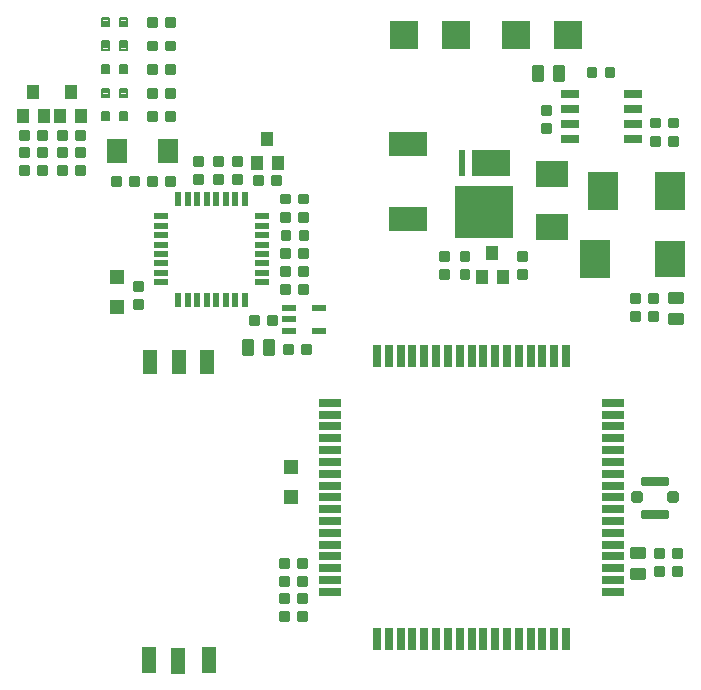
<source format=gtp>
G75*
%MOIN*%
%OFA0B0*%
%FSLAX24Y24*%
%IPPOS*%
%LPD*%
%AMOC8*
5,1,8,0,0,1.08239X$1,22.5*
%
%ADD10R,0.0260X0.0760*%
%ADD11R,0.0760X0.0260*%
%ADD12C,0.0088*%
%ADD13R,0.0472X0.0866*%
%ADD14R,0.0472X0.0787*%
%ADD15R,0.0600X0.0250*%
%ADD16R,0.1000X0.1200*%
%ADD17R,0.1000X0.1250*%
%ADD18C,0.0100*%
%ADD19R,0.0984X0.1260*%
%ADD20R,0.1080X0.0850*%
%ADD21C,0.0150*%
%ADD22C,0.0200*%
%ADD23R,0.0220X0.0500*%
%ADD24R,0.0500X0.0220*%
%ADD25R,0.1300X0.0800*%
%ADD26R,0.0240X0.0870*%
%ADD27R,0.1260X0.0866*%
%ADD28R,0.1969X0.1772*%
%ADD29R,0.0945X0.0945*%
%ADD30R,0.0472X0.0217*%
%ADD31R,0.0400X0.0450*%
%ADD32R,0.0500X0.0500*%
%ADD33C,0.0075*%
%ADD34R,0.0700X0.0800*%
D10*
X012656Y002006D03*
X013050Y002006D03*
X013443Y002006D03*
X013837Y002006D03*
X014231Y002006D03*
X014625Y002006D03*
X015018Y002006D03*
X015412Y002006D03*
X015806Y002006D03*
X016199Y002006D03*
X016593Y002006D03*
X016987Y002006D03*
X017380Y002006D03*
X017774Y002006D03*
X018168Y002006D03*
X018562Y002006D03*
X018955Y002006D03*
X018955Y011455D03*
X018562Y011455D03*
X018168Y011455D03*
X017774Y011455D03*
X017380Y011455D03*
X016987Y011455D03*
X016593Y011455D03*
X016199Y011455D03*
X015806Y011455D03*
X015412Y011455D03*
X015018Y011455D03*
X014625Y011455D03*
X014231Y011455D03*
X013837Y011455D03*
X013443Y011455D03*
X013050Y011455D03*
X012656Y011455D03*
D11*
X011081Y009880D03*
X011081Y009486D03*
X011081Y009093D03*
X011081Y008699D03*
X011081Y008305D03*
X011081Y007912D03*
X011081Y007518D03*
X011081Y007124D03*
X011081Y006731D03*
X011081Y006337D03*
X011081Y005943D03*
X011081Y005549D03*
X011081Y005156D03*
X011081Y004762D03*
X011081Y004368D03*
X011081Y003975D03*
X011081Y003581D03*
X020530Y003581D03*
X020530Y003975D03*
X020530Y004368D03*
X020530Y004762D03*
X020530Y005156D03*
X020530Y005549D03*
X020530Y005943D03*
X020530Y006337D03*
X020530Y006731D03*
X020530Y007124D03*
X020530Y007518D03*
X020530Y007912D03*
X020530Y008305D03*
X020530Y008699D03*
X020530Y009093D03*
X020530Y009486D03*
X020530Y009880D03*
D12*
X021379Y012648D02*
X021379Y012910D01*
X021379Y012648D02*
X021117Y012648D01*
X021117Y012910D01*
X021379Y012910D01*
X021379Y012735D02*
X021117Y012735D01*
X021117Y012822D02*
X021379Y012822D01*
X021379Y012909D02*
X021117Y012909D01*
X021379Y013248D02*
X021379Y013510D01*
X021379Y013248D02*
X021117Y013248D01*
X021117Y013510D01*
X021379Y013510D01*
X021379Y013335D02*
X021117Y013335D01*
X021117Y013422D02*
X021379Y013422D01*
X021379Y013509D02*
X021117Y013509D01*
X021991Y013510D02*
X021991Y013248D01*
X021729Y013248D01*
X021729Y013510D01*
X021991Y013510D01*
X021991Y013335D02*
X021729Y013335D01*
X021729Y013422D02*
X021991Y013422D01*
X021991Y013509D02*
X021729Y013509D01*
X021991Y012910D02*
X021991Y012648D01*
X021729Y012648D01*
X021729Y012910D01*
X021991Y012910D01*
X021991Y012735D02*
X021729Y012735D01*
X021729Y012822D02*
X021991Y012822D01*
X021991Y012909D02*
X021729Y012909D01*
X017626Y014043D02*
X017626Y014305D01*
X017626Y014043D02*
X017364Y014043D01*
X017364Y014305D01*
X017626Y014305D01*
X017626Y014130D02*
X017364Y014130D01*
X017364Y014217D02*
X017626Y014217D01*
X017626Y014304D02*
X017364Y014304D01*
X017626Y014643D02*
X017626Y014905D01*
X017626Y014643D02*
X017364Y014643D01*
X017364Y014905D01*
X017626Y014905D01*
X017626Y014730D02*
X017364Y014730D01*
X017364Y014817D02*
X017626Y014817D01*
X017626Y014904D02*
X017364Y014904D01*
X015440Y014918D02*
X015440Y014656D01*
X015440Y014918D02*
X015702Y014918D01*
X015702Y014656D01*
X015440Y014656D01*
X015440Y014743D02*
X015702Y014743D01*
X015702Y014830D02*
X015440Y014830D01*
X015440Y014917D02*
X015702Y014917D01*
X015440Y014318D02*
X015440Y014056D01*
X015440Y014318D02*
X015702Y014318D01*
X015702Y014056D01*
X015440Y014056D01*
X015440Y014143D02*
X015702Y014143D01*
X015702Y014230D02*
X015440Y014230D01*
X015440Y014317D02*
X015702Y014317D01*
X015025Y014321D02*
X015025Y014059D01*
X014763Y014059D01*
X014763Y014321D01*
X015025Y014321D01*
X015025Y014146D02*
X014763Y014146D01*
X014763Y014233D02*
X015025Y014233D01*
X015025Y014320D02*
X014763Y014320D01*
X015025Y014659D02*
X015025Y014921D01*
X015025Y014659D02*
X014763Y014659D01*
X014763Y014921D01*
X015025Y014921D01*
X015025Y014746D02*
X014763Y014746D01*
X014763Y014833D02*
X015025Y014833D01*
X015025Y014920D02*
X014763Y014920D01*
X018423Y018899D02*
X018423Y019161D01*
X018423Y018899D02*
X018161Y018899D01*
X018161Y019161D01*
X018423Y019161D01*
X018423Y018986D02*
X018161Y018986D01*
X018161Y019073D02*
X018423Y019073D01*
X018423Y019160D02*
X018161Y019160D01*
X018423Y019499D02*
X018423Y019761D01*
X018423Y019499D02*
X018161Y019499D01*
X018161Y019761D01*
X018423Y019761D01*
X018423Y019586D02*
X018161Y019586D01*
X018161Y019673D02*
X018423Y019673D01*
X018423Y019760D02*
X018161Y019760D01*
X019671Y021041D02*
X019933Y021041D01*
X019933Y020779D01*
X019671Y020779D01*
X019671Y021041D01*
X019671Y020866D02*
X019933Y020866D01*
X019933Y020953D02*
X019671Y020953D01*
X019671Y021040D02*
X019933Y021040D01*
X020271Y021041D02*
X020533Y021041D01*
X020533Y020779D01*
X020271Y020779D01*
X020271Y021041D01*
X020271Y020866D02*
X020533Y020866D01*
X020533Y020953D02*
X020271Y020953D01*
X020271Y021040D02*
X020533Y021040D01*
X021792Y019097D02*
X022054Y019097D01*
X021792Y019097D02*
X021792Y019359D01*
X022054Y019359D01*
X022054Y019097D01*
X022054Y019184D02*
X021792Y019184D01*
X021792Y019271D02*
X022054Y019271D01*
X022054Y019358D02*
X021792Y019358D01*
X022392Y019097D02*
X022654Y019097D01*
X022392Y019097D02*
X022392Y019359D01*
X022654Y019359D01*
X022654Y019097D01*
X022654Y019184D02*
X022392Y019184D01*
X022392Y019271D02*
X022654Y019271D01*
X022654Y019358D02*
X022392Y019358D01*
X022384Y018485D02*
X022646Y018485D01*
X022384Y018485D02*
X022384Y018747D01*
X022646Y018747D01*
X022646Y018485D01*
X022646Y018572D02*
X022384Y018572D01*
X022384Y018659D02*
X022646Y018659D01*
X022646Y018746D02*
X022384Y018746D01*
X022046Y018485D02*
X021784Y018485D01*
X021784Y018747D01*
X022046Y018747D01*
X022046Y018485D01*
X022046Y018572D02*
X021784Y018572D01*
X021784Y018659D02*
X022046Y018659D01*
X022046Y018746D02*
X021784Y018746D01*
X010321Y016822D02*
X010059Y016822D01*
X010321Y016822D02*
X010321Y016560D01*
X010059Y016560D01*
X010059Y016822D01*
X010059Y016647D02*
X010321Y016647D01*
X010321Y016734D02*
X010059Y016734D01*
X010059Y016821D02*
X010321Y016821D01*
X010325Y016221D02*
X010063Y016221D01*
X010325Y016221D02*
X010325Y015959D01*
X010063Y015959D01*
X010063Y016221D01*
X010063Y016046D02*
X010325Y016046D01*
X010325Y016133D02*
X010063Y016133D01*
X010063Y016220D02*
X010325Y016220D01*
X009725Y016221D02*
X009463Y016221D01*
X009725Y016221D02*
X009725Y015959D01*
X009463Y015959D01*
X009463Y016221D01*
X009463Y016046D02*
X009725Y016046D01*
X009725Y016133D02*
X009463Y016133D01*
X009463Y016220D02*
X009725Y016220D01*
X009721Y016822D02*
X009459Y016822D01*
X009721Y016822D02*
X009721Y016560D01*
X009459Y016560D01*
X009459Y016822D01*
X009459Y016647D02*
X009721Y016647D01*
X009721Y016734D02*
X009459Y016734D01*
X009459Y016821D02*
X009721Y016821D01*
X009424Y017451D02*
X009162Y017451D01*
X009424Y017451D02*
X009424Y017189D01*
X009162Y017189D01*
X009162Y017451D01*
X009162Y017276D02*
X009424Y017276D01*
X009424Y017363D02*
X009162Y017363D01*
X009162Y017450D02*
X009424Y017450D01*
X008824Y017451D02*
X008562Y017451D01*
X008824Y017451D02*
X008824Y017189D01*
X008562Y017189D01*
X008562Y017451D01*
X008562Y017276D02*
X008824Y017276D01*
X008824Y017363D02*
X008562Y017363D01*
X008562Y017450D02*
X008824Y017450D01*
X007863Y017471D02*
X007863Y017209D01*
X007863Y017471D02*
X008125Y017471D01*
X008125Y017209D01*
X007863Y017209D01*
X007863Y017296D02*
X008125Y017296D01*
X008125Y017383D02*
X007863Y017383D01*
X007863Y017470D02*
X008125Y017470D01*
X007863Y017809D02*
X007863Y018071D01*
X008125Y018071D01*
X008125Y017809D01*
X007863Y017809D01*
X007863Y017896D02*
X008125Y017896D01*
X008125Y017983D02*
X007863Y017983D01*
X007863Y018070D02*
X008125Y018070D01*
X007213Y018071D02*
X007213Y017809D01*
X007213Y018071D02*
X007475Y018071D01*
X007475Y017809D01*
X007213Y017809D01*
X007213Y017896D02*
X007475Y017896D01*
X007475Y017983D02*
X007213Y017983D01*
X007213Y018070D02*
X007475Y018070D01*
X007213Y017471D02*
X007213Y017209D01*
X007213Y017471D02*
X007475Y017471D01*
X007475Y017209D01*
X007213Y017209D01*
X007213Y017296D02*
X007475Y017296D01*
X007475Y017383D02*
X007213Y017383D01*
X007213Y017470D02*
X007475Y017470D01*
X006563Y017471D02*
X006563Y017209D01*
X006563Y017471D02*
X006825Y017471D01*
X006825Y017209D01*
X006563Y017209D01*
X006563Y017296D02*
X006825Y017296D01*
X006825Y017383D02*
X006563Y017383D01*
X006563Y017470D02*
X006825Y017470D01*
X006563Y017809D02*
X006563Y018071D01*
X006825Y018071D01*
X006825Y017809D01*
X006563Y017809D01*
X006563Y017896D02*
X006825Y017896D01*
X006825Y017983D02*
X006563Y017983D01*
X006563Y018070D02*
X006825Y018070D01*
X005875Y017159D02*
X005613Y017159D01*
X005613Y017421D01*
X005875Y017421D01*
X005875Y017159D01*
X005875Y017246D02*
X005613Y017246D01*
X005613Y017333D02*
X005875Y017333D01*
X005875Y017420D02*
X005613Y017420D01*
X005275Y017159D02*
X005013Y017159D01*
X005013Y017421D01*
X005275Y017421D01*
X005275Y017159D01*
X005275Y017246D02*
X005013Y017246D01*
X005013Y017333D02*
X005275Y017333D01*
X005275Y017420D02*
X005013Y017420D01*
X004675Y017421D02*
X004413Y017421D01*
X004675Y017421D02*
X004675Y017159D01*
X004413Y017159D01*
X004413Y017421D01*
X004413Y017246D02*
X004675Y017246D01*
X004675Y017333D02*
X004413Y017333D01*
X004413Y017420D02*
X004675Y017420D01*
X004075Y017421D02*
X003813Y017421D01*
X004075Y017421D02*
X004075Y017159D01*
X003813Y017159D01*
X003813Y017421D01*
X003813Y017246D02*
X004075Y017246D01*
X004075Y017333D02*
X003813Y017333D01*
X003813Y017420D02*
X004075Y017420D01*
X002871Y017501D02*
X002609Y017501D01*
X002609Y017763D01*
X002871Y017763D01*
X002871Y017501D01*
X002871Y017588D02*
X002609Y017588D01*
X002609Y017675D02*
X002871Y017675D01*
X002871Y017762D02*
X002609Y017762D01*
X002271Y017501D02*
X002009Y017501D01*
X002009Y017763D01*
X002271Y017763D01*
X002271Y017501D01*
X002271Y017588D02*
X002009Y017588D01*
X002009Y017675D02*
X002271Y017675D01*
X002271Y017762D02*
X002009Y017762D01*
X002013Y018109D02*
X002275Y018109D01*
X002013Y018109D02*
X002013Y018371D01*
X002275Y018371D01*
X002275Y018109D01*
X002275Y018196D02*
X002013Y018196D01*
X002013Y018283D02*
X002275Y018283D01*
X002275Y018370D02*
X002013Y018370D01*
X002011Y018943D02*
X002273Y018943D01*
X002273Y018681D01*
X002011Y018681D01*
X002011Y018943D01*
X002011Y018768D02*
X002273Y018768D01*
X002273Y018855D02*
X002011Y018855D01*
X002011Y018942D02*
X002273Y018942D01*
X002611Y018943D02*
X002873Y018943D01*
X002873Y018681D01*
X002611Y018681D01*
X002611Y018943D01*
X002611Y018768D02*
X002873Y018768D01*
X002873Y018855D02*
X002611Y018855D01*
X002611Y018942D02*
X002873Y018942D01*
X002875Y018109D02*
X002613Y018109D01*
X002613Y018371D01*
X002875Y018371D01*
X002875Y018109D01*
X002875Y018196D02*
X002613Y018196D01*
X002613Y018283D02*
X002875Y018283D01*
X002875Y018370D02*
X002613Y018370D01*
X001625Y018109D02*
X001363Y018109D01*
X001363Y018371D01*
X001625Y018371D01*
X001625Y018109D01*
X001625Y018196D02*
X001363Y018196D01*
X001363Y018283D02*
X001625Y018283D01*
X001625Y018370D02*
X001363Y018370D01*
X001358Y018943D02*
X001620Y018943D01*
X001620Y018681D01*
X001358Y018681D01*
X001358Y018943D01*
X001358Y018768D02*
X001620Y018768D01*
X001620Y018855D02*
X001358Y018855D01*
X001358Y018942D02*
X001620Y018942D01*
X001020Y018943D02*
X000758Y018943D01*
X001020Y018943D02*
X001020Y018681D01*
X000758Y018681D01*
X000758Y018943D01*
X000758Y018768D02*
X001020Y018768D01*
X001020Y018855D02*
X000758Y018855D01*
X000758Y018942D02*
X001020Y018942D01*
X001025Y018109D02*
X000763Y018109D01*
X000763Y018371D01*
X001025Y018371D01*
X001025Y018109D01*
X001025Y018196D02*
X000763Y018196D01*
X000763Y018283D02*
X001025Y018283D01*
X001025Y018370D02*
X000763Y018370D01*
X000763Y017771D02*
X001025Y017771D01*
X001025Y017509D01*
X000763Y017509D01*
X000763Y017771D01*
X000763Y017596D02*
X001025Y017596D01*
X001025Y017683D02*
X000763Y017683D01*
X000763Y017770D02*
X001025Y017770D01*
X001363Y017771D02*
X001625Y017771D01*
X001625Y017509D01*
X001363Y017509D01*
X001363Y017771D01*
X001363Y017596D02*
X001625Y017596D01*
X001625Y017683D02*
X001363Y017683D01*
X001363Y017770D02*
X001625Y017770D01*
X005031Y019562D02*
X005293Y019562D01*
X005293Y019300D01*
X005031Y019300D01*
X005031Y019562D01*
X005031Y019387D02*
X005293Y019387D01*
X005293Y019474D02*
X005031Y019474D01*
X005031Y019561D02*
X005293Y019561D01*
X005631Y019562D02*
X005893Y019562D01*
X005893Y019300D01*
X005631Y019300D01*
X005631Y019562D01*
X005631Y019387D02*
X005893Y019387D01*
X005893Y019474D02*
X005631Y019474D01*
X005631Y019561D02*
X005893Y019561D01*
X005893Y020350D02*
X005631Y020350D01*
X005893Y020350D02*
X005893Y020088D01*
X005631Y020088D01*
X005631Y020350D01*
X005631Y020175D02*
X005893Y020175D01*
X005893Y020262D02*
X005631Y020262D01*
X005631Y020349D02*
X005893Y020349D01*
X005893Y021137D02*
X005631Y021137D01*
X005893Y021137D02*
X005893Y020875D01*
X005631Y020875D01*
X005631Y021137D01*
X005631Y020962D02*
X005893Y020962D01*
X005893Y021049D02*
X005631Y021049D01*
X005631Y021136D02*
X005893Y021136D01*
X005893Y021663D02*
X005631Y021663D01*
X005631Y021925D01*
X005893Y021925D01*
X005893Y021663D01*
X005893Y021750D02*
X005631Y021750D01*
X005631Y021837D02*
X005893Y021837D01*
X005893Y021924D02*
X005631Y021924D01*
X005293Y021663D02*
X005031Y021663D01*
X005031Y021925D01*
X005293Y021925D01*
X005293Y021663D01*
X005293Y021750D02*
X005031Y021750D01*
X005031Y021837D02*
X005293Y021837D01*
X005293Y021924D02*
X005031Y021924D01*
X005031Y022450D02*
X005293Y022450D01*
X005031Y022450D02*
X005031Y022712D01*
X005293Y022712D01*
X005293Y022450D01*
X005293Y022537D02*
X005031Y022537D01*
X005031Y022624D02*
X005293Y022624D01*
X005293Y022711D02*
X005031Y022711D01*
X005631Y022450D02*
X005893Y022450D01*
X005631Y022450D02*
X005631Y022712D01*
X005893Y022712D01*
X005893Y022450D01*
X005893Y022537D02*
X005631Y022537D01*
X005631Y022624D02*
X005893Y022624D01*
X005893Y022711D02*
X005631Y022711D01*
X005293Y021137D02*
X005031Y021137D01*
X005293Y021137D02*
X005293Y020875D01*
X005031Y020875D01*
X005031Y021137D01*
X005031Y020962D02*
X005293Y020962D01*
X005293Y021049D02*
X005031Y021049D01*
X005031Y021136D02*
X005293Y021136D01*
X005293Y020350D02*
X005031Y020350D01*
X005293Y020350D02*
X005293Y020088D01*
X005031Y020088D01*
X005031Y020350D01*
X005031Y020175D02*
X005293Y020175D01*
X005293Y020262D02*
X005031Y020262D01*
X005031Y020349D02*
X005293Y020349D01*
X009472Y015353D02*
X009734Y015353D01*
X009472Y015353D02*
X009472Y015615D01*
X009734Y015615D01*
X009734Y015353D01*
X009734Y015440D02*
X009472Y015440D01*
X009472Y015527D02*
X009734Y015527D01*
X009734Y015614D02*
X009472Y015614D01*
X009463Y015021D02*
X009725Y015021D01*
X009725Y014759D01*
X009463Y014759D01*
X009463Y015021D01*
X009463Y014846D02*
X009725Y014846D01*
X009725Y014933D02*
X009463Y014933D01*
X009463Y015020D02*
X009725Y015020D01*
X010063Y015021D02*
X010325Y015021D01*
X010325Y014759D01*
X010063Y014759D01*
X010063Y015021D01*
X010063Y014846D02*
X010325Y014846D01*
X010325Y014933D02*
X010063Y014933D01*
X010063Y015020D02*
X010325Y015020D01*
X010334Y015353D02*
X010072Y015353D01*
X010072Y015615D01*
X010334Y015615D01*
X010334Y015353D01*
X010334Y015440D02*
X010072Y015440D01*
X010072Y015527D02*
X010334Y015527D01*
X010334Y015614D02*
X010072Y015614D01*
X010069Y014414D02*
X010331Y014414D01*
X010331Y014152D01*
X010069Y014152D01*
X010069Y014414D01*
X010069Y014239D02*
X010331Y014239D01*
X010331Y014326D02*
X010069Y014326D01*
X010069Y014413D02*
X010331Y014413D01*
X010331Y013558D02*
X010069Y013558D01*
X010069Y013820D01*
X010331Y013820D01*
X010331Y013558D01*
X010331Y013645D02*
X010069Y013645D01*
X010069Y013732D02*
X010331Y013732D01*
X010331Y013819D02*
X010069Y013819D01*
X009731Y013558D02*
X009469Y013558D01*
X009469Y013820D01*
X009731Y013820D01*
X009731Y013558D01*
X009731Y013645D02*
X009469Y013645D01*
X009469Y013732D02*
X009731Y013732D01*
X009731Y013819D02*
X009469Y013819D01*
X009469Y014414D02*
X009731Y014414D01*
X009731Y014152D01*
X009469Y014152D01*
X009469Y014414D01*
X009469Y014239D02*
X009731Y014239D01*
X009731Y014326D02*
X009469Y014326D01*
X009469Y014413D02*
X009731Y014413D01*
X009275Y012771D02*
X009013Y012771D01*
X009275Y012771D02*
X009275Y012509D01*
X009013Y012509D01*
X009013Y012771D01*
X009013Y012596D02*
X009275Y012596D01*
X009275Y012683D02*
X009013Y012683D01*
X009013Y012770D02*
X009275Y012770D01*
X008675Y012771D02*
X008413Y012771D01*
X008675Y012771D02*
X008675Y012509D01*
X008413Y012509D01*
X008413Y012771D01*
X008413Y012596D02*
X008675Y012596D01*
X008675Y012683D02*
X008413Y012683D01*
X008413Y012770D02*
X008675Y012770D01*
X009563Y011559D02*
X009825Y011559D01*
X009563Y011559D02*
X009563Y011821D01*
X009825Y011821D01*
X009825Y011559D01*
X009825Y011646D02*
X009563Y011646D01*
X009563Y011733D02*
X009825Y011733D01*
X009825Y011820D02*
X009563Y011820D01*
X010163Y011559D02*
X010425Y011559D01*
X010163Y011559D02*
X010163Y011821D01*
X010425Y011821D01*
X010425Y011559D01*
X010425Y011646D02*
X010163Y011646D01*
X010163Y011733D02*
X010425Y011733D01*
X010425Y011820D02*
X010163Y011820D01*
X004563Y013059D02*
X004563Y013321D01*
X004825Y013321D01*
X004825Y013059D01*
X004563Y013059D01*
X004563Y013146D02*
X004825Y013146D01*
X004825Y013233D02*
X004563Y013233D01*
X004563Y013320D02*
X004825Y013320D01*
X004563Y013659D02*
X004563Y013921D01*
X004825Y013921D01*
X004825Y013659D01*
X004563Y013659D01*
X004563Y013746D02*
X004825Y013746D01*
X004825Y013833D02*
X004563Y013833D01*
X004563Y013920D02*
X004825Y013920D01*
X009437Y004668D02*
X009699Y004668D01*
X009699Y004406D01*
X009437Y004406D01*
X009437Y004668D01*
X009437Y004493D02*
X009699Y004493D01*
X009699Y004580D02*
X009437Y004580D01*
X009437Y004667D02*
X009699Y004667D01*
X010037Y004668D02*
X010299Y004668D01*
X010299Y004406D01*
X010037Y004406D01*
X010037Y004668D01*
X010037Y004493D02*
X010299Y004493D01*
X010299Y004580D02*
X010037Y004580D01*
X010037Y004667D02*
X010299Y004667D01*
X010293Y003825D02*
X010031Y003825D01*
X010031Y004087D01*
X010293Y004087D01*
X010293Y003825D01*
X010293Y003912D02*
X010031Y003912D01*
X010031Y003999D02*
X010293Y003999D01*
X010293Y004086D02*
X010031Y004086D01*
X009693Y003825D02*
X009431Y003825D01*
X009431Y004087D01*
X009693Y004087D01*
X009693Y003825D01*
X009693Y003912D02*
X009431Y003912D01*
X009431Y003999D02*
X009693Y003999D01*
X009693Y004086D02*
X009431Y004086D01*
X009431Y003237D02*
X009693Y003237D01*
X009431Y003237D02*
X009431Y003499D01*
X009693Y003499D01*
X009693Y003237D01*
X009693Y003324D02*
X009431Y003324D01*
X009431Y003411D02*
X009693Y003411D01*
X009693Y003498D02*
X009431Y003498D01*
X009424Y002636D02*
X009686Y002636D01*
X009424Y002636D02*
X009424Y002898D01*
X009686Y002898D01*
X009686Y002636D01*
X009686Y002723D02*
X009424Y002723D01*
X009424Y002810D02*
X009686Y002810D01*
X009686Y002897D02*
X009424Y002897D01*
X010024Y002636D02*
X010286Y002636D01*
X010024Y002636D02*
X010024Y002898D01*
X010286Y002898D01*
X010286Y002636D01*
X010286Y002723D02*
X010024Y002723D01*
X010024Y002810D02*
X010286Y002810D01*
X010286Y002897D02*
X010024Y002897D01*
X010031Y003237D02*
X010293Y003237D01*
X010031Y003237D02*
X010031Y003499D01*
X010293Y003499D01*
X010293Y003237D01*
X010293Y003324D02*
X010031Y003324D01*
X010031Y003411D02*
X010293Y003411D01*
X010293Y003498D02*
X010031Y003498D01*
X022175Y004159D02*
X022175Y004421D01*
X022175Y004159D02*
X021913Y004159D01*
X021913Y004421D01*
X022175Y004421D01*
X022175Y004246D02*
X021913Y004246D01*
X021913Y004333D02*
X022175Y004333D01*
X022175Y004420D02*
X021913Y004420D01*
X022175Y004759D02*
X022175Y005021D01*
X022175Y004759D02*
X021913Y004759D01*
X021913Y005021D01*
X022175Y005021D01*
X022175Y004846D02*
X021913Y004846D01*
X021913Y004933D02*
X022175Y004933D01*
X022175Y005020D02*
X021913Y005020D01*
X022775Y005021D02*
X022775Y004759D01*
X022513Y004759D01*
X022513Y005021D01*
X022775Y005021D01*
X022775Y004846D02*
X022513Y004846D01*
X022513Y004933D02*
X022775Y004933D01*
X022775Y005020D02*
X022513Y005020D01*
X022775Y004421D02*
X022775Y004159D01*
X022513Y004159D01*
X022513Y004421D01*
X022775Y004421D01*
X022775Y004246D02*
X022513Y004246D01*
X022513Y004333D02*
X022775Y004333D01*
X022775Y004420D02*
X022513Y004420D01*
D13*
X005050Y001306D03*
X006014Y001290D03*
X007038Y001306D03*
D14*
X006971Y011255D03*
X006042Y011255D03*
X005081Y011247D03*
D15*
X019080Y018690D03*
X019080Y019190D03*
X019080Y019690D03*
X019080Y020190D03*
X021180Y020190D03*
X021180Y019690D03*
X021180Y019190D03*
X021180Y018690D03*
D16*
X022414Y014688D03*
D17*
X019914Y014688D03*
D18*
X022823Y013529D02*
X022823Y013229D01*
X022373Y013229D01*
X022373Y013529D01*
X022823Y013529D01*
X022823Y013328D02*
X022373Y013328D01*
X022373Y013427D02*
X022823Y013427D01*
X022823Y013526D02*
X022373Y013526D01*
X022823Y012829D02*
X022823Y012529D01*
X022373Y012529D01*
X022373Y012829D01*
X022823Y012829D01*
X022823Y012628D02*
X022373Y012628D01*
X022373Y012727D02*
X022823Y012727D01*
X022823Y012826D02*
X022373Y012826D01*
X021569Y005040D02*
X021569Y004740D01*
X021119Y004740D01*
X021119Y005040D01*
X021569Y005040D01*
X021569Y004839D02*
X021119Y004839D01*
X021119Y004938D02*
X021569Y004938D01*
X021569Y005037D02*
X021119Y005037D01*
X021569Y004340D02*
X021569Y004040D01*
X021119Y004040D01*
X021119Y004340D01*
X021569Y004340D01*
X021569Y004139D02*
X021119Y004139D01*
X021119Y004238D02*
X021569Y004238D01*
X021569Y004337D02*
X021119Y004337D01*
X009194Y011965D02*
X008894Y011965D01*
X009194Y011965D02*
X009194Y011515D01*
X008894Y011515D01*
X008894Y011965D01*
X008894Y011614D02*
X009194Y011614D01*
X009194Y011713D02*
X008894Y011713D01*
X008894Y011812D02*
X009194Y011812D01*
X009194Y011911D02*
X008894Y011911D01*
X008494Y011965D02*
X008194Y011965D01*
X008494Y011965D02*
X008494Y011515D01*
X008194Y011515D01*
X008194Y011965D01*
X008194Y011614D02*
X008494Y011614D01*
X008494Y011713D02*
X008194Y011713D01*
X008194Y011812D02*
X008494Y011812D01*
X008494Y011911D02*
X008194Y011911D01*
X017848Y020657D02*
X018148Y020657D01*
X017848Y020657D02*
X017848Y021107D01*
X018148Y021107D01*
X018148Y020657D01*
X018148Y020756D02*
X017848Y020756D01*
X017848Y020855D02*
X018148Y020855D01*
X018148Y020954D02*
X017848Y020954D01*
X017848Y021053D02*
X018148Y021053D01*
X018548Y020657D02*
X018848Y020657D01*
X018548Y020657D02*
X018548Y021107D01*
X018848Y021107D01*
X018848Y020657D01*
X018848Y020756D02*
X018548Y020756D01*
X018548Y020855D02*
X018848Y020855D01*
X018848Y020954D02*
X018548Y020954D01*
X018548Y021053D02*
X018848Y021053D01*
D19*
X020175Y016937D03*
X022419Y016937D03*
D20*
X018482Y017497D03*
X018482Y015757D03*
D21*
X021537Y007206D02*
X022287Y007206D01*
X021537Y007206D02*
X021537Y007356D01*
X022287Y007356D01*
X022287Y007206D01*
X022287Y007355D02*
X021537Y007355D01*
X021537Y006106D02*
X022287Y006106D01*
X021537Y006106D02*
X021537Y006256D01*
X022287Y006256D01*
X022287Y006106D01*
X022287Y006255D02*
X021537Y006255D01*
D22*
X021412Y006831D02*
X021212Y006831D01*
X021412Y006831D02*
X021412Y006631D01*
X021212Y006631D01*
X021212Y006831D01*
X021212Y006830D02*
X021412Y006830D01*
X022412Y006831D02*
X022612Y006831D01*
X022612Y006631D01*
X022412Y006631D01*
X022412Y006831D01*
X022412Y006830D02*
X022612Y006830D01*
D23*
X008238Y013310D03*
X007923Y013310D03*
X007608Y013310D03*
X007293Y013310D03*
X006978Y013310D03*
X006663Y013310D03*
X006348Y013310D03*
X006033Y013310D03*
X006033Y016690D03*
X006348Y016690D03*
X006663Y016690D03*
X006978Y016690D03*
X007293Y016690D03*
X007608Y016690D03*
X007923Y016690D03*
X008238Y016690D03*
D24*
X008826Y016102D03*
X008826Y015787D03*
X008826Y015472D03*
X008826Y015157D03*
X008826Y014842D03*
X008826Y014527D03*
X008826Y014212D03*
X008826Y013897D03*
X005446Y013897D03*
X005446Y014212D03*
X005446Y014527D03*
X005446Y014842D03*
X005446Y015157D03*
X005446Y015472D03*
X005446Y015787D03*
X005446Y016102D03*
D25*
X013677Y016021D03*
X013677Y018521D03*
D26*
X015480Y017871D03*
D27*
X016466Y017864D03*
D28*
X016230Y016250D03*
D29*
X015302Y022140D03*
X013569Y022140D03*
X017287Y022142D03*
X019019Y022142D03*
D30*
X010729Y013034D03*
X010729Y012286D03*
X009705Y012286D03*
X009705Y012660D03*
X009705Y013034D03*
D31*
X009344Y017890D03*
X008644Y017890D03*
X008994Y018690D03*
X002794Y019440D03*
X002094Y019440D03*
X001544Y019440D03*
X000844Y019440D03*
X001194Y020240D03*
X002444Y020240D03*
X016144Y014090D03*
X016844Y014090D03*
X016494Y014890D03*
D32*
X009794Y007740D03*
X009794Y006740D03*
X003994Y013090D03*
X003994Y014090D03*
D33*
X004081Y019293D02*
X004307Y019293D01*
X004081Y019293D02*
X004081Y019569D01*
X004307Y019569D01*
X004307Y019293D01*
X004307Y019367D02*
X004081Y019367D01*
X004081Y019441D02*
X004307Y019441D01*
X004307Y019515D02*
X004081Y019515D01*
X003707Y019293D02*
X003481Y019293D01*
X003481Y019569D01*
X003707Y019569D01*
X003707Y019293D01*
X003707Y019367D02*
X003481Y019367D01*
X003481Y019441D02*
X003707Y019441D01*
X003707Y019515D02*
X003481Y019515D01*
X003481Y020081D02*
X003707Y020081D01*
X003481Y020081D02*
X003481Y020357D01*
X003707Y020357D01*
X003707Y020081D01*
X003707Y020155D02*
X003481Y020155D01*
X003481Y020229D02*
X003707Y020229D01*
X003707Y020303D02*
X003481Y020303D01*
X003481Y020868D02*
X003707Y020868D01*
X003481Y020868D02*
X003481Y021144D01*
X003707Y021144D01*
X003707Y020868D01*
X003707Y020942D02*
X003481Y020942D01*
X003481Y021016D02*
X003707Y021016D01*
X003707Y021090D02*
X003481Y021090D01*
X003481Y021656D02*
X003707Y021656D01*
X003481Y021656D02*
X003481Y021932D01*
X003707Y021932D01*
X003707Y021656D01*
X003707Y021730D02*
X003481Y021730D01*
X003481Y021804D02*
X003707Y021804D01*
X003707Y021878D02*
X003481Y021878D01*
X003481Y022443D02*
X003707Y022443D01*
X003481Y022443D02*
X003481Y022719D01*
X003707Y022719D01*
X003707Y022443D01*
X003707Y022517D02*
X003481Y022517D01*
X003481Y022591D02*
X003707Y022591D01*
X003707Y022665D02*
X003481Y022665D01*
X004081Y022443D02*
X004307Y022443D01*
X004081Y022443D02*
X004081Y022719D01*
X004307Y022719D01*
X004307Y022443D01*
X004307Y022517D02*
X004081Y022517D01*
X004081Y022591D02*
X004307Y022591D01*
X004307Y022665D02*
X004081Y022665D01*
X004081Y021656D02*
X004307Y021656D01*
X004081Y021656D02*
X004081Y021932D01*
X004307Y021932D01*
X004307Y021656D01*
X004307Y021730D02*
X004081Y021730D01*
X004081Y021804D02*
X004307Y021804D01*
X004307Y021878D02*
X004081Y021878D01*
X004081Y020868D02*
X004307Y020868D01*
X004081Y020868D02*
X004081Y021144D01*
X004307Y021144D01*
X004307Y020868D01*
X004307Y020942D02*
X004081Y020942D01*
X004081Y021016D02*
X004307Y021016D01*
X004307Y021090D02*
X004081Y021090D01*
X004081Y020081D02*
X004307Y020081D01*
X004081Y020081D02*
X004081Y020357D01*
X004307Y020357D01*
X004307Y020081D01*
X004307Y020155D02*
X004081Y020155D01*
X004081Y020229D02*
X004307Y020229D01*
X004307Y020303D02*
X004081Y020303D01*
D34*
X003994Y018290D03*
X005694Y018290D03*
M02*

</source>
